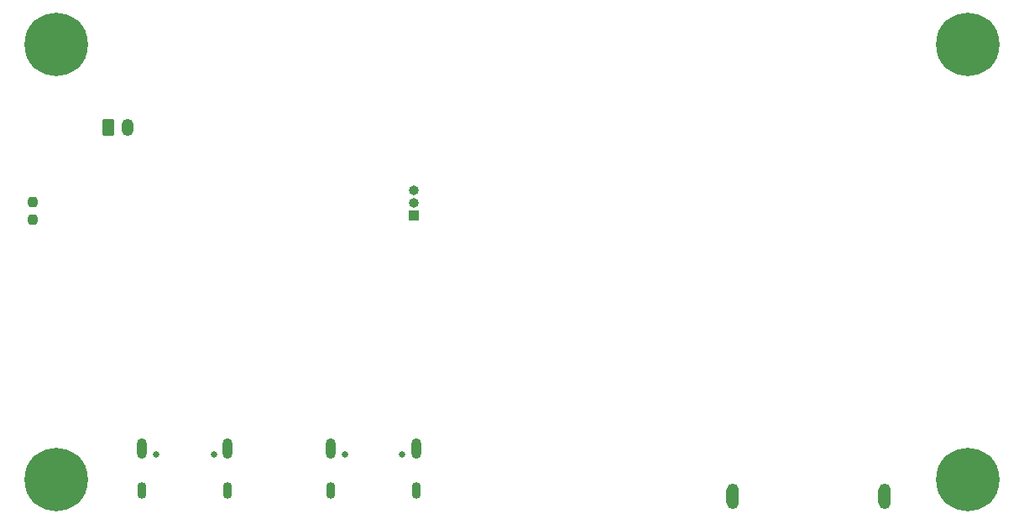
<source format=gbr>
%TF.GenerationSoftware,KiCad,Pcbnew,(6.0.2-0)*%
%TF.CreationDate,2022-03-01T22:23:55+01:00*%
%TF.ProjectId,RP2040GPSTracker,52503230-3430-4475-9053-547261636b65,rev?*%
%TF.SameCoordinates,PX4416780PY363af58*%
%TF.FileFunction,Soldermask,Bot*%
%TF.FilePolarity,Negative*%
%FSLAX46Y46*%
G04 Gerber Fmt 4.6, Leading zero omitted, Abs format (unit mm)*
G04 Created by KiCad (PCBNEW (6.0.2-0)) date 2022-03-01 22:23:55*
%MOMM*%
%LPD*%
G01*
G04 APERTURE LIST*
G04 Aperture macros list*
%AMRoundRect*
0 Rectangle with rounded corners*
0 $1 Rounding radius*
0 $2 $3 $4 $5 $6 $7 $8 $9 X,Y pos of 4 corners*
0 Add a 4 corners polygon primitive as box body*
4,1,4,$2,$3,$4,$5,$6,$7,$8,$9,$2,$3,0*
0 Add four circle primitives for the rounded corners*
1,1,$1+$1,$2,$3*
1,1,$1+$1,$4,$5*
1,1,$1+$1,$6,$7*
1,1,$1+$1,$8,$9*
0 Add four rect primitives between the rounded corners*
20,1,$1+$1,$2,$3,$4,$5,0*
20,1,$1+$1,$4,$5,$6,$7,0*
20,1,$1+$1,$6,$7,$8,$9,0*
20,1,$1+$1,$8,$9,$2,$3,0*%
G04 Aperture macros list end*
%ADD10C,0.650000*%
%ADD11O,0.900000X1.700000*%
%ADD12O,1.000000X2.100000*%
%ADD13C,6.400000*%
%ADD14RoundRect,0.250000X-0.350000X-0.625000X0.350000X-0.625000X0.350000X0.625000X-0.350000X0.625000X0*%
%ADD15O,1.200000X1.750000*%
%ADD16R,1.000000X1.000000*%
%ADD17O,1.000000X1.000000*%
%ADD18O,1.270000X2.565400*%
%ADD19RoundRect,0.237500X0.237500X-0.250000X0.237500X0.250000X-0.237500X0.250000X-0.237500X-0.250000X0*%
G04 APERTURE END LIST*
D10*
%TO.C,J7*%
X32714800Y7464600D03*
X38494800Y7464600D03*
D11*
X31279800Y3814600D03*
D12*
X39929800Y7994600D03*
X31279800Y7994600D03*
D11*
X39929800Y3814600D03*
%TD*%
D13*
%TO.C,H4*%
X3604800Y4864600D03*
%TD*%
%TO.C,H3*%
X95604800Y4864600D03*
%TD*%
D14*
%TO.C,J9*%
X8850000Y40422000D03*
D15*
X10850000Y40422000D03*
%TD*%
D13*
%TO.C,H2*%
X95604800Y48864600D03*
%TD*%
D16*
%TO.C,J3*%
X39645000Y31525000D03*
D17*
X39645000Y32795000D03*
X39645000Y34065000D03*
%TD*%
D18*
%TO.C,J8*%
X87215000Y3159500D03*
X71865000Y3159500D03*
%TD*%
D13*
%TO.C,H1*%
X3604800Y48864600D03*
%TD*%
D10*
%TO.C,J6*%
X13714800Y7464600D03*
X19494800Y7464600D03*
D12*
X20929800Y7994600D03*
D11*
X12279800Y3814600D03*
X20929800Y3814600D03*
D12*
X12279800Y7994600D03*
%TD*%
D19*
%TO.C,TH1*%
X1215000Y31112500D03*
X1215000Y32937500D03*
%TD*%
M02*

</source>
